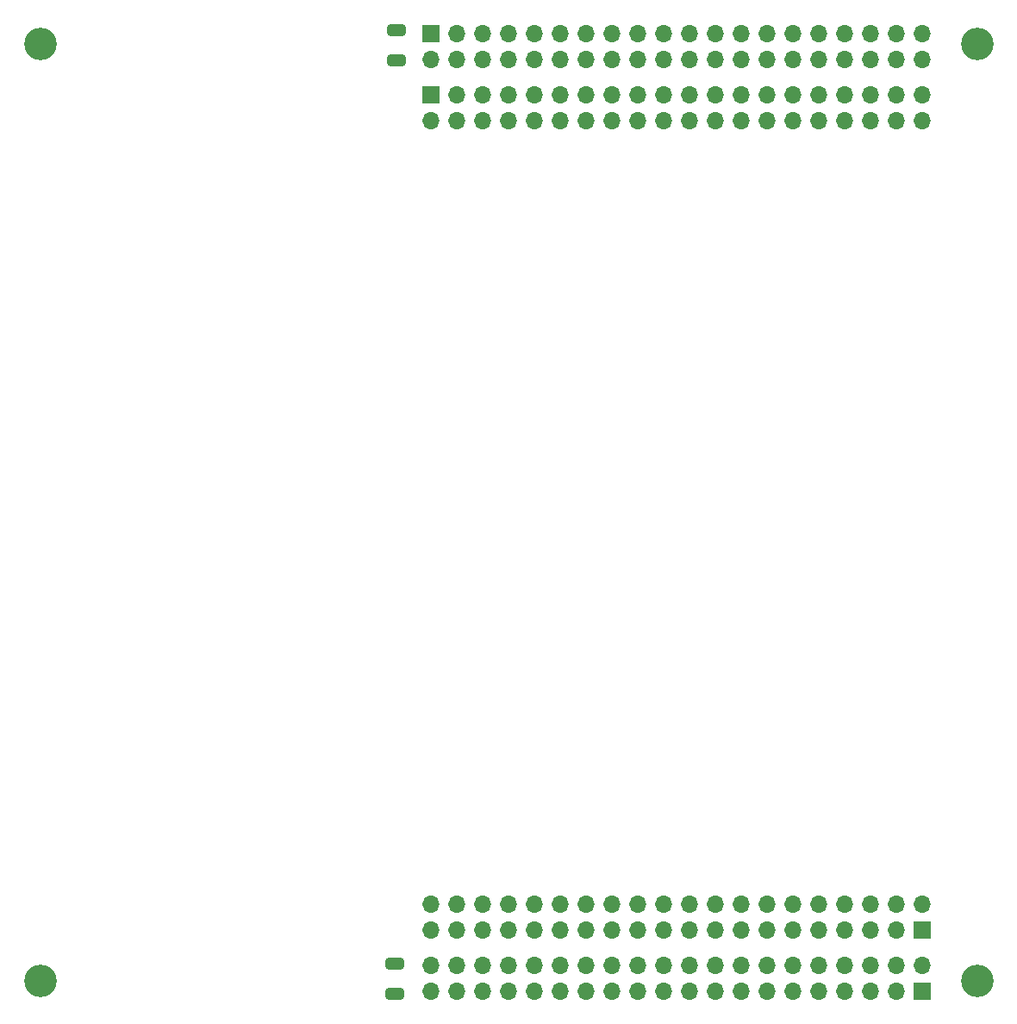
<source format=gbr>
%TF.GenerationSoftware,KiCad,Pcbnew,8.0.5-8.0.5-0~ubuntu22.04.1*%
%TF.CreationDate,2024-10-04T08:55:23+02:00*%
%TF.ProjectId,emptyBoard,656d7074-7942-46f6-9172-642e6b696361,rev?*%
%TF.SameCoordinates,Original*%
%TF.FileFunction,Soldermask,Bot*%
%TF.FilePolarity,Negative*%
%FSLAX46Y46*%
G04 Gerber Fmt 4.6, Leading zero omitted, Abs format (unit mm)*
G04 Created by KiCad (PCBNEW 8.0.5-8.0.5-0~ubuntu22.04.1) date 2024-10-04 08:55:23*
%MOMM*%
%LPD*%
G01*
G04 APERTURE LIST*
G04 Aperture macros list*
%AMRoundRect*
0 Rectangle with rounded corners*
0 $1 Rounding radius*
0 $2 $3 $4 $5 $6 $7 $8 $9 X,Y pos of 4 corners*
0 Add a 4 corners polygon primitive as box body*
4,1,4,$2,$3,$4,$5,$6,$7,$8,$9,$2,$3,0*
0 Add four circle primitives for the rounded corners*
1,1,$1+$1,$2,$3*
1,1,$1+$1,$4,$5*
1,1,$1+$1,$6,$7*
1,1,$1+$1,$8,$9*
0 Add four rect primitives between the rounded corners*
20,1,$1+$1,$2,$3,$4,$5,0*
20,1,$1+$1,$4,$5,$6,$7,0*
20,1,$1+$1,$6,$7,$8,$9,0*
20,1,$1+$1,$8,$9,$2,$3,0*%
G04 Aperture macros list end*
%ADD10R,1.700000X1.700000*%
%ADD11O,1.700000X1.700000*%
%ADD12C,3.200000*%
%ADD13RoundRect,0.250000X-0.650000X0.325000X-0.650000X-0.325000X0.650000X-0.325000X0.650000X0.325000X0*%
%ADD14RoundRect,0.250000X0.650000X-0.325000X0.650000X0.325000X-0.650000X0.325000X-0.650000X-0.325000X0*%
G04 APERTURE END LIST*
D10*
%TO.C,J1*%
X92367000Y-53000000D03*
D11*
X92367000Y-55540000D03*
X94907000Y-53000000D03*
X94907000Y-55540000D03*
X97447000Y-53000000D03*
X97447000Y-55540000D03*
X99987000Y-53000000D03*
X99987000Y-55540000D03*
X102527000Y-53000000D03*
X102527000Y-55540000D03*
X105067000Y-53000000D03*
X105067000Y-55540000D03*
X107607000Y-53000000D03*
X107607000Y-55540000D03*
X110147000Y-53000000D03*
X110147000Y-55540000D03*
X112687000Y-53000000D03*
X112687000Y-55540000D03*
X115227000Y-53000000D03*
X115227000Y-55540000D03*
X117767000Y-53000000D03*
X117767000Y-55540000D03*
X120307000Y-53000000D03*
X120307000Y-55540000D03*
X122847000Y-53000000D03*
X122847000Y-55540000D03*
X125387000Y-53000000D03*
X125387000Y-55540000D03*
X127927000Y-53000000D03*
X127927000Y-55540000D03*
X130467000Y-53000000D03*
X130467000Y-55540000D03*
X133007000Y-53000000D03*
X133007000Y-55540000D03*
X135547000Y-53000000D03*
X135547000Y-55540000D03*
X138087000Y-53000000D03*
X138087000Y-55540000D03*
X140627000Y-53000000D03*
X140627000Y-55540000D03*
%TD*%
D10*
%TO.C,J4*%
X140627000Y-141000000D03*
D11*
X140627000Y-138460000D03*
X138087000Y-141000000D03*
X138087000Y-138460000D03*
X135547000Y-141000000D03*
X135547000Y-138460000D03*
X133007000Y-141000000D03*
X133007000Y-138460000D03*
X130467000Y-141000000D03*
X130467000Y-138460000D03*
X127927000Y-141000000D03*
X127927000Y-138460000D03*
X125387000Y-141000000D03*
X125387000Y-138460000D03*
X122847000Y-141000000D03*
X122847000Y-138460000D03*
X120307000Y-141000000D03*
X120307000Y-138460000D03*
X117767000Y-141000000D03*
X117767000Y-138460000D03*
X115227000Y-141000000D03*
X115227000Y-138460000D03*
X112687000Y-141000000D03*
X112687000Y-138460000D03*
X110147000Y-141000000D03*
X110147000Y-138460000D03*
X107607000Y-141000000D03*
X107607000Y-138460000D03*
X105067000Y-141000000D03*
X105067000Y-138460000D03*
X102527000Y-141000000D03*
X102527000Y-138460000D03*
X99987000Y-141000000D03*
X99987000Y-138460000D03*
X97447000Y-141000000D03*
X97447000Y-138460000D03*
X94907000Y-141000000D03*
X94907000Y-138460000D03*
X92367000Y-141000000D03*
X92367000Y-138460000D03*
%TD*%
D10*
%TO.C,J2*%
X140627000Y-147000000D03*
D11*
X140627000Y-144460000D03*
X138087000Y-147000000D03*
X138087000Y-144460000D03*
X135547000Y-147000000D03*
X135547000Y-144460000D03*
X133007000Y-147000000D03*
X133007000Y-144460000D03*
X130467000Y-147000000D03*
X130467000Y-144460000D03*
X127927000Y-147000000D03*
X127927000Y-144460000D03*
X125387000Y-147000000D03*
X125387000Y-144460000D03*
X122847000Y-147000000D03*
X122847000Y-144460000D03*
X120307000Y-147000000D03*
X120307000Y-144460000D03*
X117767000Y-147000000D03*
X117767000Y-144460000D03*
X115227000Y-147000000D03*
X115227000Y-144460000D03*
X112687000Y-147000000D03*
X112687000Y-144460000D03*
X110147000Y-147000000D03*
X110147000Y-144460000D03*
X107607000Y-147000000D03*
X107607000Y-144460000D03*
X105067000Y-147000000D03*
X105067000Y-144460000D03*
X102527000Y-147000000D03*
X102527000Y-144460000D03*
X99987000Y-147000000D03*
X99987000Y-144460000D03*
X97447000Y-147000000D03*
X97447000Y-144460000D03*
X94907000Y-147000000D03*
X94907000Y-144460000D03*
X92367000Y-147000000D03*
X92367000Y-144460000D03*
%TD*%
D12*
%TO.C,H3*%
X146000000Y-54000000D03*
%TD*%
D10*
%TO.C,J3*%
X92367000Y-59000000D03*
D11*
X92367000Y-61540000D03*
X94907000Y-59000000D03*
X94907000Y-61540000D03*
X97447000Y-59000000D03*
X97447000Y-61540000D03*
X99987000Y-59000000D03*
X99987000Y-61540000D03*
X102527000Y-59000000D03*
X102527000Y-61540000D03*
X105067000Y-59000000D03*
X105067000Y-61540000D03*
X107607000Y-59000000D03*
X107607000Y-61540000D03*
X110147000Y-59000000D03*
X110147000Y-61540000D03*
X112687000Y-59000000D03*
X112687000Y-61540000D03*
X115227000Y-59000000D03*
X115227000Y-61540000D03*
X117767000Y-59000000D03*
X117767000Y-61540000D03*
X120307000Y-59000000D03*
X120307000Y-61540000D03*
X122847000Y-59000000D03*
X122847000Y-61540000D03*
X125387000Y-59000000D03*
X125387000Y-61540000D03*
X127927000Y-59000000D03*
X127927000Y-61540000D03*
X130467000Y-59000000D03*
X130467000Y-61540000D03*
X133007000Y-59000000D03*
X133007000Y-61540000D03*
X135547000Y-59000000D03*
X135547000Y-61540000D03*
X138087000Y-59000000D03*
X138087000Y-61540000D03*
X140627000Y-59000000D03*
X140627000Y-61540000D03*
%TD*%
D12*
%TO.C,H1*%
X54000000Y-54000000D03*
%TD*%
%TO.C,H2*%
X54000000Y-146000000D03*
%TD*%
%TO.C,H4*%
X146000000Y-146000000D03*
%TD*%
D13*
%TO.C,C2*%
X88800000Y-144300000D03*
X88800000Y-147250000D03*
%TD*%
D14*
%TO.C,C1*%
X89000000Y-55600000D03*
X89000000Y-52650000D03*
%TD*%
M02*

</source>
